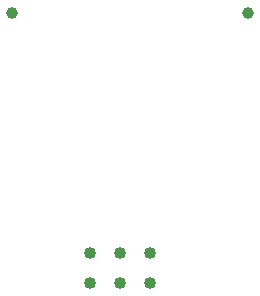
<source format=gbr>
%TF.GenerationSoftware,KiCad,Pcbnew,9.0.2*%
%TF.CreationDate,2025-05-22T21:49:11-05:00*%
%TF.ProjectId,SAO_Pin,53414f5f-5069-46e2-9e6b-696361645f70,1*%
%TF.SameCoordinates,Original*%
%TF.FileFunction,Plated,1,2,PTH,Drill*%
%TF.FilePolarity,Positive*%
%FSLAX46Y46*%
G04 Gerber Fmt 4.6, Leading zero omitted, Abs format (unit mm)*
G04 Created by KiCad (PCBNEW 9.0.2) date 2025-05-22 21:49:11*
%MOMM*%
%LPD*%
G01*
G04 APERTURE LIST*
%TA.AperFunction,ComponentDrill*%
%ADD10C,1.000000*%
%TD*%
%TA.AperFunction,ComponentDrill*%
%ADD11C,1.016000*%
%TD*%
G04 APERTURE END LIST*
D10*
%TO.C,BT1*%
X134305000Y-93980000D03*
X154305000Y-93980000D03*
D11*
%TO.C,JSAO1*%
X140880000Y-114320000D03*
X140880000Y-116860000D03*
X143420000Y-114320000D03*
X143420000Y-116860000D03*
X145960000Y-114320000D03*
X145960000Y-116860000D03*
M02*

</source>
